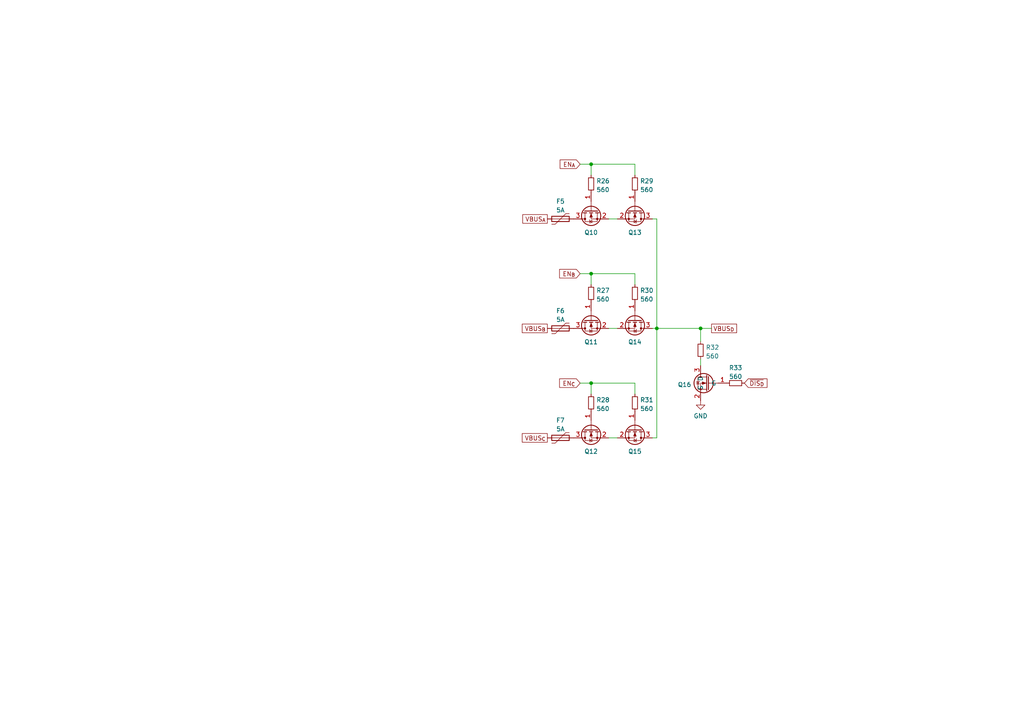
<source format=kicad_sch>
(kicad_sch (version 20211123) (generator eeschema)
  (paper "A4")
  (lib_symbols
    (symbol "Device:Polyfuse" (pin_numbers hide) (pin_names (offset 0))
      (property "Reference" "F" (at -2.54 0 90))
      (property "Value" "Polyfuse" (at 2.54 0 90))
      (symbol "Polyfuse_0_1"
        (rectangle (start -0.762 2.54) (end 0.762 -2.54) (stroke (width 0.254)))
        (polyline (pts (xy 0 2.54) (xy 0 -2.54)))
        (polyline (pts (xy -1.524 2.54) (xy -1.524 1.524) (xy 1.524 -1.524) (xy 1.524 -2.54)))
      )
      (symbol "Polyfuse_1_1"
        (pin passive line (at 0 3.81 270) (length 1.27) (name "~") (number "1"))
        (pin passive line (at 0 -3.81 90) (length 1.27) (name "~") (number "2"))
      )
    )
    (symbol "Device:Q_NMOS_GSD" (pin_names (offset 0) hide)
      (property "Reference" "Q" (at 5.08 1.27 0))
      (property "Value" "Q_NMOS_GSD" (at 5.08 -1.27 0))
      (symbol "Q_NMOS_GSD_0_1"
        (polyline (pts (xy 0.254 0) (xy -2.54 0)))
        (polyline (pts (xy 0.254 1.905) (xy 0.254 -1.905)) (stroke (width 0.254)))
        (polyline (pts (xy 0.762 -1.27) (xy 0.762 -2.286)) (stroke (width 0.254)))
        (polyline (pts (xy 0.762 0.508) (xy 0.762 -0.508)) (stroke (width 0.254)))
        (polyline (pts (xy 0.762 2.286) (xy 0.762 1.27)) (stroke (width 0.254)))
        (polyline (pts (xy 2.54 2.54) (xy 2.54 1.778)))
        (polyline (pts (xy 2.54 -2.54) (xy 2.54 0) (xy 0.762 0)))
        (polyline (pts (xy 0.762 -1.778) (xy 3.302 -1.778) (xy 3.302 1.778) (xy 0.762 1.778)))
        (polyline (pts (xy 1.016 0) (xy 2.032 0.381) (xy 2.032 -0.381) (xy 1.016 0)) (fill (type outline)))
        (polyline (pts (xy 2.794 0.508) (xy 2.921 0.381) (xy 3.683 0.381) (xy 3.81 0.254)))
        (polyline (pts (xy 3.302 0.381) (xy 2.921 -0.254) (xy 3.683 -0.254) (xy 3.302 0.381)))
        (circle (center 1.651 0) (radius 2.794) (stroke (width 0.254)))
        (circle (center 2.54 -1.778) (radius 0.254) (fill (type outline)))
        (circle (center 2.54 1.778) (radius 0.254) (fill (type outline)))
      )
      (symbol "Q_NMOS_GSD_1_1"
        (pin input line (at -5.08 0 0) (length 2.54) (name "G") (number "1"))
        (pin passive line (at 2.54 -5.08 90) (length 2.54) (name "S") (number "2"))
        (pin passive line (at 2.54 5.08 270) (length 2.54) (name "D") (number "3"))
      )
    )
    (symbol "Device:R_Small" (pin_numbers hide) (pin_names (offset 0.254) hide)
      (property "Reference" "R" (at 0.762 0.508 0))
      (property "Value" "R_Small" (at 0.762 -1.016 0))
      (symbol "R_Small_0_1"
        (rectangle (start -0.762 1.778) (end 0.762 -1.778) (stroke (width 0.2032)))
      )
      (symbol "R_Small_1_1"
        (pin passive line (at 0 2.54 270) (length 0.762) (name "~") (number "1"))
        (pin passive line (at 0 -2.54 90) (length 0.762) (name "~") (number "2"))
      )
    )
    (symbol "phq_IC:BSS139"
      (property "Reference" "Q" (at -5.08 5.08 0))
      (property "Value" "BSS139" (at 0 -3.81 0))
      (symbol "BSS139_0_1"
        (circle (center -1.778 0) (radius 0.254) (fill (type outline)))
        (polyline (pts (xy 0 2.286) (xy 0 5.08)))
        (polyline (pts (xy 1.905 2.286) (xy -1.905 2.286)) (stroke (width 0.254)))
        (polyline (pts (xy 2.286 1.778) (xy -2.286 1.778)) (stroke (width 0.254)))
        (polyline (pts (xy 2.54 0) (xy 1.778 0)))
        (polyline (pts (xy -2.54 0) (xy 0 0) (xy 0 1.778)))
        (polyline (pts (xy -1.778 1.778) (xy -1.778 -0.762) (xy 1.778 -0.762) (xy 1.778 1.778)))
        (polyline (pts (xy 0 1.524) (xy 0.381 0.508) (xy -0.381 0.508) (xy 0 1.524)) (fill (type outline)))
        (polyline (pts (xy 0.381 -0.762) (xy -0.254 -0.381) (xy -0.254 -1.143) (xy 0.381 -0.762)))
        (polyline (pts (xy 0.508 -0.254) (xy 0.381 -0.381) (xy 0.381 -1.143) (xy 0.254 -1.27)))
        (circle (center 0 0.889) (radius 2.794) (stroke (width 0.254)))
        (circle (center 1.778 0) (radius 0.254) (fill (type outline)))
      )
      (symbol "BSS139_1_1"
        (pin input line (at 0 7.62 270) (length 2.54) (name "G") (number "1"))
        (pin passive line (at -5.08 0 0) (length 2.54) (name "S") (number "2"))
        (pin passive line (at 5.08 0 180) (length 2.54) (name "D") (number "3"))
      )
    )
    (symbol "power:GND" (power) (pin_names (offset 0))
      (property "Value" "GND" (at 0 -3.81 0))
      (symbol "GND_0_1"
        (polyline (pts (xy 0 0) (xy 0 -1.27) (xy 1.27 -1.27) (xy 0 -2.54) (xy -1.27 -1.27) (xy 0 -1.27)))
      )
      (symbol "GND_1_1"
        (pin power_in line (at 0 0 270) (length 0) hide (name "GND") (number "1"))
      )
    )
  )
  (junction (at 203.2 95.25))
  (junction (at 190.5 95.25))
  (junction (at 171.45 111.125))
  (junction (at 171.45 47.625))
  (junction (at 171.45 79.375))
  (wire (pts (xy 184.15 111.125) (xy 184.15 114.3)))
  (wire (pts (xy 190.5 127) (xy 189.23 127)))
  (wire (pts (xy 203.2 95.25) (xy 203.2 99.06)))
  (wire (pts (xy 203.2 95.25) (xy 206.375 95.25)))
  (wire (pts (xy 171.45 111.125) (xy 171.45 114.3)))
  (wire (pts (xy 176.53 127) (xy 179.07 127)))
  (wire (pts (xy 189.23 95.25) (xy 190.5 95.25)))
  (wire (pts (xy 176.53 95.25) (xy 179.07 95.25)))
  (wire (pts (xy 189.23 63.5) (xy 190.5 63.5)))
  (wire (pts (xy 190.5 63.5) (xy 190.5 95.25)))
  (wire (pts (xy 171.45 79.375) (xy 171.45 82.55)))
  (wire (pts (xy 190.5 95.25) (xy 203.2 95.25)))
  (wire (pts (xy 203.2 104.14) (xy 203.2 106.045)))
  (wire (pts (xy 171.45 47.625) (xy 184.15 47.625)))
  (wire (pts (xy 184.15 47.625) (xy 184.15 50.8)))
  (wire (pts (xy 184.15 79.375) (xy 184.15 82.55)))
  (wire (pts (xy 168.275 47.625) (xy 171.45 47.625)))
  (wire (pts (xy 190.5 95.25) (xy 190.5 127)))
  (wire (pts (xy 171.45 47.625) (xy 171.45 50.8)))
  (wire (pts (xy 171.45 111.125) (xy 184.15 111.125)))
  (wire (pts (xy 168.275 79.375) (xy 171.45 79.375)))
  (wire (pts (xy 176.53 63.5) (xy 179.07 63.5)))
  (wire (pts (xy 171.45 79.375) (xy 184.15 79.375)))
  (wire (pts (xy 168.275 111.125) (xy 171.45 111.125)))
  (global_label "EN_{C}" (shape input) (at 168.275 111.125 180) (property "Intersheet References" "${INTERSHEET_REFS}" (effects hide)))
  (global_label "EN_{B}" (shape input) (at 168.275 79.375 180) (property "Intersheet References" "${INTERSHEET_REFS}" (effects hide)))
  (global_label "VBUS_{B}" (shape passive) (at 158.75 95.25 180) (property "Intersheet References" "${INTERSHEET_REFS}" (effects hide)))
  (global_label "VBUS_{A}" (shape passive) (at 158.75 63.5 180) (property "Intersheet References" "${INTERSHEET_REFS}" (effects hide)))
  (global_label "VBUS_{D}" (shape passive) (at 206.375 95.25 0) (property "Intersheet References" "${INTERSHEET_REFS}" (effects hide)))
  (global_label "VBUS_{C}" (shape passive) (at 158.75 127 180) (property "Intersheet References" "${INTERSHEET_REFS}" (effects hide)))
  (global_label "EN_{A}" (shape input) (at 168.275 47.625 180) (property "Intersheet References" "${INTERSHEET_REFS}" (effects hide)))
  (global_label "~{DIS_{D}}" (shape input) (at 215.9 111.125 0) (property "Intersheet References" "${INTERSHEET_REFS}" (effects hide)))
  (symbol (lib_id "Device:R_Small") (at 171.45 85.09 0) (unit 1)
    (property "Reference" "R27" (at 172.9486 84.2553 0) (effects (justify left)))
    (property "Value" "560" (at 172.9486 86.7922 0) (effects (justify left)))
  )
  (symbol (lib_id "Device:Q_NMOS_GSD") (at 171.45 92.71 90) (mirror x) (unit 1)
    (property "Reference" "Q11" (at 171.45 99.1854 90))
    (property "Value" "Q_NMOS_GSD" (effects hide))
  )
  (symbol (lib_id "Device:Q_NMOS_GSD") (at 184.15 92.71 270) (unit 1)
    (property "Reference" "Q14" (at 184.15 99.1854 90))
    (property "Value" "Q_NMOS_GSD" (effects hide))
  )
  (symbol (lib_id "Device:R_Small") (at 203.2 101.6 0) (unit 1)
    (property "Reference" "R32" (at 204.6986 100.7653 0) (effects (justify left)))
    (property "Value" "560" (at 204.6986 103.3022 0) (effects (justify left)))
  )
  (symbol (lib_id "Device:R_Small") (at 184.15 116.84 0) (unit 1)
    (property "Reference" "R31" (at 185.6486 116.0053 0) (effects (justify left)))
    (property "Value" "560" (at 185.6486 118.5422 0) (effects (justify left)))
  )
  (symbol (lib_id "power:GND") (at 203.2 116.205 0) (unit 1)
    (property "Reference" "#PWR064" (effects hide))
    (property "Value" "GND" (at 203.2 120.6484 0))
  )
  (symbol (lib_id "Device:R_Small") (at 171.45 53.34 0) (unit 1)
    (property "Reference" "R26" (at 172.9486 52.5053 0) (effects (justify left)))
    (property "Value" "560" (at 172.9486 55.0422 0) (effects (justify left)))
  )
  (symbol (lib_id "Device:R_Small") (at 171.45 116.84 0) (unit 1)
    (property "Reference" "R28" (at 172.9486 116.0053 0) (effects (justify left)))
    (property "Value" "560" (at 172.9486 118.5422 0) (effects (justify left)))
  )
  (symbol (lib_id "Device:Q_NMOS_GSD") (at 171.45 60.96 90) (mirror x) (unit 1)
    (property "Reference" "Q10" (at 171.45 67.4354 90))
    (property "Value" "Q_NMOS_GSD" (effects hide))
  )
  (symbol (lib_id "Device:R_Small") (at 184.15 85.09 0) (unit 1)
    (property "Reference" "R30" (at 185.6486 84.2553 0) (effects (justify left)))
    (property "Value" "560" (at 185.6486 86.7922 0) (effects (justify left)))
  )
  (symbol (lib_id "Device:Q_NMOS_GSD") (at 184.15 60.96 270) (unit 1)
    (property "Reference" "Q13" (at 184.15 67.4354 90))
    (property "Value" "Q_NMOS_GSD" (effects hide))
  )
  (symbol (lib_id "Device:Polyfuse") (at 162.56 63.5 90) (unit 1)
    (property "Reference" "F5" (at 162.56 58.4032 90))
    (property "Value" "5A" (at 162.56 60.9401 90))
  )
  (symbol (lib_id "Device:Polyfuse") (at 162.56 95.25 90) (unit 1)
    (property "Reference" "F6" (at 162.56 90.1532 90))
    (property "Value" "5A" (at 162.56 92.6901 90))
  )
  (symbol (lib_id "Device:Q_NMOS_GSD") (at 171.45 124.46 90) (mirror x) (unit 1)
    (property "Reference" "Q12" (at 171.45 130.9354 90))
    (property "Value" "Q_NMOS_GSD" (effects hide))
  )
  (symbol (lib_id "Device:Q_NMOS_GSD") (at 184.15 124.46 270) (unit 1)
    (property "Reference" "Q15" (at 184.15 130.9354 90))
    (property "Value" "Q_NMOS_GSD" (effects hide))
  )
  (symbol (lib_id "Device:Polyfuse") (at 162.56 127 90) (unit 1)
    (property "Reference" "F7" (at 162.56 121.9032 90))
    (property "Value" "5A" (at 162.56 124.4401 90))
  )
  (symbol (lib_id "Device:R_Small") (at 184.15 53.34 0) (unit 1)
    (property "Reference" "R29" (at 185.6486 52.5053 0) (effects (justify left)))
    (property "Value" "560" (at 185.6486 55.0422 0) (effects (justify left)))
  )
  (symbol (lib_id "Device:R_Small") (at 213.36 111.125 90) (unit 1)
    (property "Reference" "R33" (at 213.36 106.6886 90))
    (property "Value" "560" (at 213.36 109.2255 90))
  )
  (symbol (lib_id "phq_IC:BSS139") (at 203.2 111.125 270) (mirror x) (unit 1)
    (property "Reference" "Q16" (at 200.533 111.5588 90) (effects (justify right)))
    (property "Value" "BSS139" (effects hide))
    (property "Footprint" "Package_TO_SOT_SMD:SOT-23" (effects hide))
    (property "Datasheet" "https://www.infineon.com/dgdl/Infineon-BSS139-DS-v01_08-en.pdf" (effects hide))
  )
)
</source>
